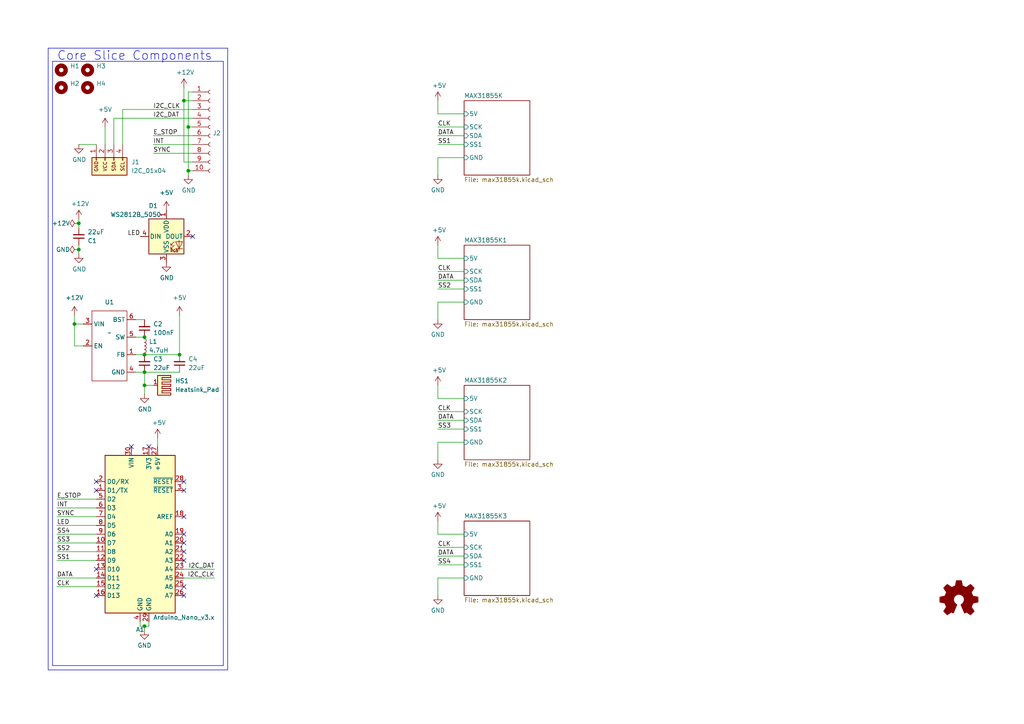
<source format=kicad_sch>
(kicad_sch (version 20250114) (generator "eeschema") (generator_version "9.0")
  (paper "A4")
  (lib_symbols
    (symbol "Connector:Conn_01x10_Female" (pin_names (offset 1.016) (hide yes))
      (property "Reference" "J" (at 0 12.7 0))
      (property "Value" "Conn_01x10_Female" (at 0 -15.24 0))
      (symbol "Conn_01x10_Female_1_1"
        (polyline (pts (xy -1.27 10.16) (xy -0.508 10.16)) (stroke (width 0.1524)))
        (polyline (pts (xy -1.27 7.62) (xy -0.508 7.62)) (stroke (width 0.1524)))
        (polyline (pts (xy -1.27 5.08) (xy -0.508 5.08)) (stroke (width 0.1524)))
        (polyline (pts (xy -1.27 2.54) (xy -0.508 2.54)) (stroke (width 0.1524)))
        (polyline (pts (xy -1.27 0) (xy -0.508 0)) (stroke (width 0.1524)))
        (polyline (pts (xy -1.27 -2.54) (xy -0.508 -2.54)) (stroke (width 0.1524)))
        (polyline (pts (xy -1.27 -5.08) (xy -0.508 -5.08)) (stroke (width 0.1524)))
        (polyline (pts (xy -1.27 -7.62) (xy -0.508 -7.62)) (stroke (width 0.1524)))
        (polyline (pts (xy -1.27 -10.16) (xy -0.508 -10.16)) (stroke (width 0.1524)))
        (polyline (pts (xy -1.27 -12.7) (xy -0.508 -12.7)) (stroke (width 0.1524)))
        (arc (start 0 9.652) (mid -0.5058 10.16) (end 0 10.668) (stroke (width 0.1524)))
        (arc (start 0 7.112) (mid -0.5058 7.62) (end 0 8.128) (stroke (width 0.1524)))
        (arc (start 0 4.572) (mid -0.5058 5.08) (end 0 5.588) (stroke (width 0.1524)))
        (arc (start 0 2.032) (mid -0.5058 2.54) (end 0 3.048) (stroke (width 0.1524)))
        (arc (start 0 -0.508) (mid -0.5058 0) (end 0 0.508) (stroke (width 0.1524)))
        (arc (start 0 -3.048) (mid -0.5058 -2.54) (end 0 -2.032) (stroke (width 0.1524)))
        (arc (start 0 -5.588) (mid -0.5058 -5.08) (end 0 -4.572) (stroke (width 0.1524)))
        (arc (start 0 -8.128) (mid -0.5058 -7.62) (end 0 -7.112) (stroke (width 0.1524)))
        (arc (start 0 -10.668) (mid -0.5058 -10.16) (end 0 -9.652) (stroke (width 0.1524)))
        (arc (start 0 -13.208) (mid -0.5058 -12.7) (end 0 -12.192) (stroke (width 0.1524)))
        (pin passive line (at -5.08 10.16 0) (length 3.81) (name "Pin_1") (number "1"))
        (pin passive line (at -5.08 7.62 0) (length 3.81) (name "Pin_2") (number "2"))
        (pin passive line (at -5.08 5.08 0) (length 3.81) (name "Pin_3") (number "3"))
        (pin passive line (at -5.08 2.54 0) (length 3.81) (name "Pin_4") (number "4"))
        (pin passive line (at -5.08 0 0) (length 3.81) (name "Pin_5") (number "5"))
        (pin passive line (at -5.08 -2.54 0) (length 3.81) (name "Pin_6") (number "6"))
        (pin passive line (at -5.08 -5.08 0) (length 3.81) (name "Pin_7") (number "7"))
        (pin passive line (at -5.08 -7.62 0) (length 3.81) (name "Pin_8") (number "8"))
        (pin passive line (at -5.08 -10.16 0) (length 3.81) (name "Pin_9") (number "9"))
        (pin passive line (at -5.08 -12.7 0) (length 3.81) (name "Pin_10") (number "10"))
      )
    )
    (symbol "Device:C_Small" (pin_numbers (hide yes)) (pin_names (offset 0.254) (hide yes))
      (property "Reference" "C" (at 0.254 1.778 0))
      (property "Value" "C_Small" (at 0.254 -2.032 0))
      (symbol "C_Small_0_1"
        (polyline (pts (xy -1.524 0.508) (xy 1.524 0.508)) (stroke (width 0.3048)))
        (polyline (pts (xy -1.524 -0.508) (xy 1.524 -0.508)) (stroke (width 0.3302)))
      )
      (symbol "C_Small_1_1"
        (pin passive line (at 0 2.54 270) (length 2.032) (name "~") (number "1"))
        (pin passive line (at 0 -2.54 90) (length 2.032) (name "~") (number "2"))
      )
    )
    (symbol "Device:L_Small" (pin_numbers (hide yes)) (pin_names (offset 0.254) (hide yes))
      (property "Reference" "L" (at 0.762 1.016 0))
      (property "Value" "L_Small" (at 0.762 -1.016 0))
      (symbol "L_Small_0_1"
        (arc (start 0 2.032) (mid 0.5058 1.524) (end 0 1.016))
        (arc (start 0 1.016) (mid 0.5058 0.508) (end 0 0))
        (arc (start 0 0) (mid 0.5058 -0.508) (end 0 -1.016))
        (arc (start 0 -1.016) (mid 0.5058 -1.524) (end 0 -2.032))
      )
      (symbol "L_Small_1_1"
        (pin passive line (at 0 2.54 270) (length 0.508) (name "~") (number "1"))
        (pin passive line (at 0 -2.54 90) (length 0.508) (name "~") (number "2"))
      )
    )
    (symbol "Graphic:Logo_Open_Hardware_Small" (in_bom no) (on_board no)
      (symbol "Logo_Open_Hardware_Small_0_1"
        (polyline (pts (xy 3.3528 -4.3434) (xy 3.302 -4.318) (xy 3.175 -4.2418) (xy 2.9972 -4.1148) (xy 2.7686 -3.9624) (xy 2.54 -3.81) (xy 2.3622 -3.7084) (xy 2.2352 -3.6068) (xy 2.1844 -3.5814) (xy 2.159 -3.6068) (xy 2.0574 -3.6576) (xy 1.905 -3.7338) (xy 1.8034 -3.7846) (xy 1.6764 -3.8354) (xy 1.6002 -3.8354) (xy 1.6002 -3.8354) (xy 1.5494 -3.7338) (xy 1.4732 -3.5306) (xy 1.3462 -3.302) (xy 1.2446 -3.0226) (xy 1.1176 -2.7178) (xy 0.9652 -2.413) (xy 0.8636 -2.1082) (xy 0.7366 -1.8288) (xy 0.6604 -1.6256) (xy 0.6096 -1.4732) (xy 0.5842 -1.397) (xy 0.5842 -1.397) (xy 0.6604 -1.3208) (xy 0.7874 -1.2446) (xy 1.0414 -1.016) (xy 1.2954 -0.6858) (xy 1.4478 -0.3302) (xy 1.524 0.0762) (xy 1.4732 0.4572) (xy 1.3208 0.8128) (xy 1.0668 1.143) (xy 0.762 1.3716) (xy 0.4064 1.524) (xy 0 1.5748) (xy -0.381 1.5494) (xy -0.7366 1.397) (xy -1.0668 1.143) (xy -1.2192 0.9906) (xy -1.397 0.6604) (xy -1.524 0.3048) (xy -1.524 0.2286) (xy -1.4986 -0.1778) (xy -1.397 -0.5334) (xy -1.1938 -0.8636) (xy -0.9144 -1.143) (xy -0.8636 -1.1684) (xy -0.7366 -1.27) (xy -0.635 -1.3462) (xy -0.5842 -1.397) (xy -1.0668 -2.5908) (xy -1.143 -2.794) (xy -1.2954 -3.1242) (xy -1.397 -3.4036) (xy -1.4986 -3.6322) (xy -1.5748 -3.7846) (xy -1.6002 -3.8354) (xy -1.6002 -3.8354) (xy -1.651 -3.8354) (xy -1.7272 -3.81) (xy -1.905 -3.7338) (xy -2.0066 -3.683) (xy -2.1336 -3.6068) (xy -2.2098 -3.5814) (xy -2.2606 -3.6068) (xy -2.3622 -3.683) (xy -2.54 -3.81) (xy -2.7686 -3.9624) (xy -2.9718 -4.0894) (xy -3.1496 -4.2164) (xy -3.302 -4.318) (xy -3.3528 -4.3434) (xy -3.3782 -4.3434) (xy -3.429 -4.318) (xy -3.5306 -4.2164) (xy -3.7084 -4.064) (xy -3.937 -3.8354) (xy -3.9624 -3.81) (xy -4.1656 -3.6068) (xy -4.318 -3.4544) (xy -4.4196 -3.3274) (xy -4.445 -3.2766) (xy -4.445 -3.2766) (xy -4.4196 -3.2258) (xy -4.318 -3.0734) (xy -4.2164 -2.8956) (xy -4.064 -2.667) (xy -3.6576 -2.0828) (xy -3.8862 -1.5494) (xy -3.937 -1.3716) (xy -4.0386 -1.1684) (xy -4.0894 -1.0414) (xy -4.1148 -0.9652) (xy -4.191 -0.9398) (xy -4.318 -0.9144) (xy -4.5466 -0.8636) (xy -4.8006 -0.8128) (xy -5.0546 -0.7874) (xy -5.2578 -0.7366) (xy -5.4356 -0.7112) (xy -5.5118 -0.6858) (xy -5.5118 -0.6858) (xy -5.5372 -0.635) (xy -5.5372 -0.5588) (xy -5.5372 -0.4318) (xy -5.5626 -0.2286) (xy -5.5626 0.0762) (xy -5.5626 0.127) (xy -5.5372 0.4064) (xy -5.5372 0.635) (xy -5.5372 0.762) (xy -5.5372 0.8382) (xy -5.5372 0.8382) (xy -5.461 0.8382) (xy -5.3086 0.889) (xy -5.08 0.9144) (xy -4.826 0.9652) (xy -4.8006 0.9906) (xy -4.5466 1.0414) (xy -4.318 1.0668) (xy -4.1656 1.1176) (xy -4.0894 1.143) (xy -4.0894 1.143) (xy -4.0386 1.2446) (xy -3.9624 1.4224) (xy -3.8608 1.6256) (xy -3.7846 1.8288) (xy -3.7084 2.0066) (xy -3.6576 2.159) (xy -3.6322 2.2098) (xy -3.6322 2.2098) (xy -3.683 2.286) (xy -3.7592 2.413) (xy -3.8862 2.5908) (xy -4.064 2.8194) (xy -4.064 2.8448) (xy -4.2164 3.0734) (xy -4.3434 3.2512) (xy -4.4196 3.3782) (xy -4.445 3.4544) (xy -4.445 3.4544) (xy -4.3942 3.5052) (xy -4.2926 3.6322) (xy -4.1148 3.81) (xy -3.937 4.0132) (xy -3.8608 4.064) (xy -3.6576 4.2926) (xy -3.5052 4.4196) (xy -3.4036 4.4958) (xy -3.3528 4.5212) (xy -3.3528 4.5212) (xy -3.302 4.4704) (xy -3.1496 4.3688) (xy -2.9718 4.2418) (xy -2.7432 4.0894) (xy -2.7178 4.0894) (xy -2.4892 3.937) (xy -2.3114 3.81) (xy -2.1844 3.7084) (xy -2.1336 3.683) (xy -2.1082 3.683) (xy -2.032 3.7084) (xy -1.8542 3.7592) (xy -1.6764 3.8354) (xy -1.4732 3.937) (xy -1.27 4.0132) (xy -1.143 4.064) (xy -1.0668 4.1148) (xy -1.0668 4.1148) (xy -1.0414 4.191) (xy -1.016 4.3434) (xy -0.9652 4.572) (xy -0.9144 4.8514) (xy -0.889 4.9022) (xy -0.8382 5.1562) (xy -0.8128 5.3848) (xy -0.7874 5.5372) (xy -0.762 5.588) (xy -0.7112 5.6134) (xy -0.5842 5.6134) (xy -0.4064 5.6134) (xy -0.1524 5.6134) (xy 0.0762 5.6134) (xy 0.3302 5.6134) (xy 0.5334 5.6134) (xy 0.6858 5.588) (xy 0.7366 5.588) (xy 0.7366 5.588) (xy 0.762 5.5118) (xy 0.8128 5.334) (xy 0.8382 5.1054) (xy 0.9144 4.826) (xy 0.9144 4.7752) (xy 0.9652 4.5212) (xy 1.016 4.2926) (xy 1.0414 4.1402) (xy 1.0668 4.0894) (xy 1.0668 4.0894) (xy 1.1938 4.0386) (xy 1.3716 3.9624) (xy 1.5748 3.8608) (xy 2.0828 3.6576) (xy 2.7178 4.0894) (xy 2.7686 4.1402) (xy 2.9972 4.2926) (xy 3.175 4.4196) (xy 3.302 4.4958) (xy 3.3782 4.5212) (xy 3.3782 4.5212) (xy 3.429 4.4704) (xy 3.556 4.3434) (xy 3.7338 4.191) (xy 3.9116 3.9878) (xy 4.064 3.8354) (xy 4.2418 3.6576) (xy 4.3434 3.556) (xy 4.4196 3.4798) (xy 4.4196 3.429) (xy 4.4196 3.4036) (xy 4.3942 3.3274) (xy 4.2926 3.2004) (xy 4.1656 2.9972) (xy 4.0132 2.794) (xy 3.8862 2.5908) (xy 3.7592 2.3876) (xy 3.6576 2.2352) (xy 3.6322 2.159) (xy 3.6322 2.1336) (xy 3.683 2.0066) (xy 3.7592 1.8288) (xy 3.8608 1.6002) (xy 4.064 1.1176) (xy 4.3942 1.0414) (xy 4.5974 1.016) (xy 4.8768 0.9652) (xy 5.1308 0.9144) (xy 5.5372 0.8382) (xy 5.5626 -0.6604) (xy 5.4864 -0.6858) (xy 5.4356 -0.6858) (xy 5.2832 -0.7366) (xy 5.0546 -0.762) (xy 4.8006 -0.8128) (xy 4.5974 -0.8636) (xy 4.3688 -0.9144) (xy 4.2164 -0.9398) (xy 4.1402 -0.9398) (xy 4.1148 -0.9652) (xy 4.064 -1.0668) (xy 3.9878 -1.2446) (xy 3.9116 -1.4478) (xy 3.81 -1.651) (xy 3.7338 -1.8542) (xy 3.683 -2.0066) (xy 3.6576 -2.0828) (xy 3.683 -2.1336) (xy 3.7846 -2.2606) (xy 3.8862 -2.4638) (xy 4.0386 -2.667) (xy 4.191 -2.8956) (xy 4.318 -3.0734) (xy 4.3942 -3.2004) (xy 4.445 -3.2766) (xy 4.4196 -3.3274) (xy 4.3434 -3.429) (xy 4.1656 -3.5814) (xy 3.937 -3.8354) (xy 3.8862 -3.8608) (xy 3.683 -4.064) (xy 3.5306 -4.2164) (xy 3.4036 -4.318) (xy 3.3528 -4.3434)) (fill (type outline)))
      )
    )
    (symbol "MCU_Module:Arduino_Nano_v3.x"
      (property "Reference" "A" (at -10.16 23.495 0))
      (property "Value" "Arduino_Nano_v3.x" (at 5.08 -24.13 0))
      (symbol "Arduino_Nano_v3.x_0_1"
        (rectangle (start -10.16 22.86) (end 10.16 -22.86) (stroke (width 0.254)) (fill (type background)))
      )
      (symbol "Arduino_Nano_v3.x_1_1"
        (pin bidirectional line (at -12.7 15.24 0) (length 2.54) (name "D0/RX") (number "2"))
        (pin bidirectional line (at -12.7 12.7 0) (length 2.54) (name "D1/TX") (number "1"))
        (pin bidirectional line (at -12.7 10.16 0) (length 2.54) (name "D2") (number "5"))
        (pin bidirectional line (at -12.7 7.62 0) (length 2.54) (name "D3") (number "6"))
        (pin bidirectional line (at -12.7 5.08 0) (length 2.54) (name "D4") (number "7"))
        (pin bidirectional line (at -12.7 2.54 0) (length 2.54) (name "D5") (number "8"))
        (pin bidirectional line (at -12.7 0 0) (length 2.54) (name "D6") (number "9"))
        (pin bidirectional line (at -12.7 -2.54 0) (length 2.54) (name "D7") (number "10"))
        (pin bidirectional line (at -12.7 -5.08 0) (length 2.54) (name "D8") (number "11"))
        (pin bidirectional line (at -12.7 -7.62 0) (length 2.54) (name "D9") (number "12"))
        (pin bidirectional line (at -12.7 -10.16 0) (length 2.54) (name "D10") (number "13"))
        (pin bidirectional line (at -12.7 -12.7 0) (length 2.54) (name "D11") (number "14"))
        (pin bidirectional line (at -12.7 -15.24 0) (length 2.54) (name "D12") (number "15"))
        (pin bidirectional line (at -12.7 -17.78 0) (length 2.54) (name "D13") (number "16"))
        (pin power_in line (at -2.54 25.4 270) (length 2.54) (name "VIN") (number "30"))
        (pin power_in line (at 0 -25.4 90) (length 2.54) (name "GND") (number "4"))
        (pin power_out line (at 2.54 25.4 270) (length 2.54) (name "3V3") (number "17"))
        (pin power_in line (at 2.54 -25.4 90) (length 2.54) (name "GND") (number "29"))
        (pin power_out line (at 5.08 25.4 270) (length 2.54) (name "+5V") (number "27"))
        (pin input line (at 12.7 15.24 180) (length 2.54) (name "~{RESET}") (number "28"))
        (pin input line (at 12.7 12.7 180) (length 2.54) (name "~{RESET}") (number "3"))
        (pin input line (at 12.7 5.08 180) (length 2.54) (name "AREF") (number "18"))
        (pin bidirectional line (at 12.7 0 180) (length 2.54) (name "A0") (number "19"))
        (pin bidirectional line (at 12.7 -2.54 180) (length 2.54) (name "A1") (number "20"))
        (pin bidirectional line (at 12.7 -5.08 180) (length 2.54) (name "A2") (number "21"))
        (pin bidirectional line (at 12.7 -7.62 180) (length 2.54) (name "A3") (number "22"))
        (pin bidirectional line (at 12.7 -10.16 180) (length 2.54) (name "A4") (number "23"))
        (pin bidirectional line (at 12.7 -12.7 180) (length 2.54) (name "A5") (number "24"))
        (pin bidirectional line (at 12.7 -15.24 180) (length 2.54) (name "A6") (number "25"))
        (pin bidirectional line (at 12.7 -17.78 180) (length 2.54) (name "A7") (number "26"))
      )
    )
    (symbol "Mechanical:Heatsink_Pad" (pin_names (offset 0))
      (property "Reference" "HS" (at 0 5.715 0))
      (property "Value" "Heatsink_Pad" (at 0 3.81 0))
      (symbol "Heatsink_Pad_0_1"
        (polyline (pts (xy -0.3302 0) (xy -0.9652 0) (xy -0.9652 2.54) (xy -1.6002 2.54) (xy -1.6002 0) (xy -2.2352 0) (xy -2.2352 2.54) (xy -2.8702 2.54) (xy -2.8702 -1.27) (xy -0.9652 -1.27)) (stroke (width 0.254)) (fill (type background)))
        (polyline (pts (xy -0.3302 0) (xy -0.3302 2.54) (xy 0.3048 2.54) (xy 0.3048 0) (xy 0.9398 0) (xy 0.9398 2.54) (xy 1.5748 2.54) (xy 1.5748 0) (xy 2.2098 0) (xy 2.2098 2.54) (xy 2.8448 2.54) (xy 2.8448 -1.27) (xy -0.9652 -1.27)) (stroke (width 0.254)) (fill (type background)))
      )
      (symbol "Heatsink_Pad_1_1"
        (pin passive line (at 0 -2.54 90) (length 1.27) (name "~") (number "1"))
      )
    )
    (symbol "Mechanical:MountingHole" (pin_names (offset 1.016))
      (property "Reference" "H" (at 0 5.08 0))
      (property "Value" "MountingHole" (at 0 3.175 0))
      (symbol "MountingHole_0_1"
        (circle (center 0 0) (radius 1.27) (stroke (width 1.27)))
      )
    )
    (symbol "SparkFun-Connector:I2C_01x04" (pin_names (offset 1.016) (hide yes))
      (property "Reference" "J" (at 0 5.08 0))
      (property "Value" "I2C_01x04" (at 0 -7.62 0))
      (symbol "I2C_01x04_1_1"
        (rectangle (start -1.27 3.81) (end 3.81 -6.35) (stroke (width 0.254)) (fill (type background)))
        (rectangle (start -1.27 2.667) (end -0.508 2.413) (stroke (width 0.1524)))
        (rectangle (start -1.27 0.127) (end -0.508 -0.127) (stroke (width 0.1524)))
        (rectangle (start -1.27 -2.413) (end -0.508 -2.667) (stroke (width 0.1524)))
        (rectangle (start -1.27 -4.953) (end -0.508 -5.207) (stroke (width 0.1524)))
        (text "SCL" (at 1.27 2.54 0) (effects (font (size 1 1))))
        (text "SDA" (at 1.27 0 0) (effects (font (size 1 1))))
        (text "VCC" (at 1.27 -2.54 0) (effects (font (size 1 1))))
        (text "GND" (at 1.27 -5.08 0) (effects (font (size 1 1))))
        (pin passive line (at -5.08 2.54 0) (length 3.81) (name "Pin_4") (number "4"))
        (pin passive line (at -5.08 0 0) (length 3.81) (name "Pin_3") (number "3"))
        (pin passive line (at -5.08 -2.54 0) (length 3.81) (name "Pin_2") (number "2"))
        (pin passive line (at -5.08 -5.08 0) (length 3.81) (name "Pin_1") (number "1"))
      )
    )
    (symbol "SparkFun-DiscreteSemi:AP63205"
      (property "Reference" "U" (at 0 7.62 0))
      (symbol "AP63205_0_1"
        (rectangle (start -5.08 6.35) (end 5.08 -13.97))
      )
      (symbol "AP63205_1_1"
        (pin input line (at -7.62 2.54 0) (length 2.54) (name "VIN") (number "3"))
        (pin input line (at -7.62 -3.81 0) (length 2.54) (name "EN") (number "2"))
        (pin input line (at 7.62 3.81 180) (length 2.54) (name "BST") (number "6"))
        (pin input line (at 7.62 -1.27 180) (length 2.54) (name "SW") (number "5"))
        (pin input line (at 7.62 -6.35 180) (length 2.54) (name "FB") (number "1"))
        (pin input line (at 7.62 -11.43 180) (length 2.54) (name "GND") (number "4"))
      )
    )
    (symbol "SparkFun-LED:WS2812B_5050" (pin_names (offset 0.254))
      (property "Reference" "D" (at 5.08 5.715 0))
      (property "Value" "WS2812B_5050" (at 1.27 -5.715 0))
      (symbol "WS2812B_5050_0_0"
        (text "RGB" (at 2.286 -4.191 0) (effects (font (size 0.762 0.762))))
      )
      (symbol "WS2812B_5050_0_1"
        (polyline (pts (xy 1.27 -2.54) (xy 1.778 -2.54)))
        (polyline (pts (xy 1.27 -3.556) (xy 1.778 -3.556)))
        (polyline (pts (xy 2.286 -1.524) (xy 1.27 -2.54) (xy 1.27 -2.032)))
        (polyline (pts (xy 2.286 -2.54) (xy 1.27 -3.556) (xy 1.27 -3.048)))
        (polyline (pts (xy 3.683 -1.016) (xy 3.683 -3.556) (xy 3.683 -4.064)))
        (polyline (pts (xy 4.699 -1.524) (xy 2.667 -1.524) (xy 3.683 -3.556) (xy 4.699 -1.524)))
        (polyline (pts (xy 4.699 -3.556) (xy 2.667 -3.556)))
        (rectangle (start 5.08 5.08) (end -5.08 -5.08) (stroke (width 0.254)) (fill (type background)))
      )
      (symbol "WS2812B_5050_1_1"
        (pin input line (at -7.62 0 0) (length 2.54) (name "DIN") (number "4"))
        (pin power_in line (at 0 7.62 270) (length 2.54) (name "VDD") (number "1"))
        (pin power_in line (at 0 -7.62 90) (length 2.54) (name "VSS") (number "3"))
        (pin output line (at 7.62 0 180) (length 2.54) (name "DOUT") (number "2"))
      )
    )
    (symbol "power:+12V" (power) (pin_names (offset 0))
      (property "Value" "+12V" (at 0 3.556 0))
      (symbol "+12V_0_1"
        (polyline (pts (xy -0.762 1.27) (xy 0 2.54)))
        (polyline (pts (xy 0 2.54) (xy 0.762 1.27)))
        (polyline (pts (xy 0 0) (xy 0 2.54)))
      )
      (symbol "+12V_1_1"
        (pin power_in line (at 0 0 90) (length 0) (hide yes) (name "+12V") (number "1"))
      )
    )
    (symbol "power:+5V" (power) (pin_names (offset 0))
      (property "Value" "+5V" (at 0 3.556 0))
      (symbol "+5V_0_1"
        (polyline (pts (xy -0.762 1.27) (xy 0 2.54)))
        (polyline (pts (xy 0 2.54) (xy 0.762 1.27)))
        (polyline (pts (xy 0 0) (xy 0 2.54)))
      )
      (symbol "+5V_1_1"
        (pin power_in line (at 0 0 90) (length 0) (hide yes) (name "+5V") (number "1"))
      )
    )
    (symbol "power:GND" (power) (pin_names (offset 0))
      (property "Value" "GND" (at 0 -3.81 0))
      (symbol "GND_0_1"
        (polyline (pts (xy 0 0) (xy 0 -1.27) (xy 1.27 -1.27) (xy 0 -2.54) (xy -1.27 -1.27) (xy 0 -1.27)))
      )
      (symbol "GND_1_1"
        (pin power_in line (at 0 0 270) (length 0) (hide yes) (name "GND") (number "1"))
      )
    )
    (symbol "power:PWR_FLAG" (power) (pin_numbers (hide yes)) (pin_names (offset 0) (hide yes))
      (property "Value" "PWR_FLAG" (at 0 3.81 0))
      (symbol "PWR_FLAG_0_0"
        (pin power_out line (at 0 0 90) (length 0) (name "~") (number "1"))
      )
      (symbol "PWR_FLAG_0_1"
        (polyline (pts (xy 0 0) (xy 0 1.27) (xy -1.016 1.905) (xy 0 2.54) (xy 1.016 1.905) (xy 0 1.27)))
      )
    )
  )
  (text "Core Slice Components" (at 16.51 17.78 0) (effects (font (size 2.54 2.54)) (justify left bottom)))
  (junction (at 54.61 49.53))
  (junction (at 41.91 107.95))
  (junction (at 41.91 111.76))
  (junction (at 41.91 102.87))
  (junction (at 53.34 29.21))
  (junction (at 41.91 181.61))
  (junction (at 54.61 36.83))
  (junction (at 22.86 64.77))
  (junction (at 52.07 102.87))
  (junction (at 22.86 72.39))
  (junction (at 41.91 97.79))
  (junction (at 21.59 93.98))
  (no_connect (at 53.34 162.56))
  (no_connect (at 53.34 149.86))
  (no_connect (at 27.94 142.24))
  (no_connect (at 27.94 165.1))
  (no_connect (at 53.34 154.94))
  (no_connect (at 27.94 139.7))
  (no_connect (at 38.1 129.54))
  (no_connect (at 43.18 129.54))
  (no_connect (at 53.34 160.02))
  (no_connect (at 53.34 172.72))
  (no_connect (at 53.34 170.18))
  (no_connect (at 27.94 172.72))
  (no_connect (at 53.34 139.7))
  (no_connect (at 53.34 142.24))
  (no_connect (at 53.34 157.48))
  (no_connect (at 55.88 68.58))
  (polyline (pts (xy 66.04 194.31) (xy 66.04 13.97)))
  (wire (pts (xy 127 154.94) (xy 134.62 154.94)))
  (wire (pts (xy 43.18 181.61) (xy 43.18 180.34)))
  (wire (pts (xy 127 71.12) (xy 127 74.93)))
  (wire (pts (xy 16.51 170.18) (xy 27.94 170.18)))
  (wire (pts (xy 127 41.91) (xy 134.62 41.91)))
  (polyline (pts (xy 66.04 13.97) (xy 13.97 13.97)))
  (wire (pts (xy 127 121.92) (xy 134.62 121.92)))
  (wire (pts (xy 22.86 71.12) (xy 22.86 72.39)))
  (wire (pts (xy 41.91 181.61) (xy 43.18 181.61)))
  (wire (pts (xy 22.86 72.39) (xy 22.86 73.66)))
  (wire (pts (xy 127 111.76) (xy 127 115.57)))
  (wire (pts (xy 21.59 100.33) (xy 21.59 93.98)))
  (wire (pts (xy 44.45 41.91) (xy 55.88 41.91)))
  (wire (pts (xy 127 87.63) (xy 134.62 87.63)))
  (polyline (pts (xy 13.97 13.97) (xy 13.97 194.31)))
  (wire (pts (xy 53.34 29.21) (xy 55.88 29.21)))
  (wire (pts (xy 16.51 162.56) (xy 27.94 162.56)))
  (wire (pts (xy 127 158.75) (xy 134.62 158.75)))
  (wire (pts (xy 127 39.37) (xy 134.62 39.37)))
  (wire (pts (xy 39.37 92.71) (xy 41.91 92.71)))
  (wire (pts (xy 127 74.93) (xy 134.62 74.93)))
  (wire (pts (xy 127 163.83) (xy 134.62 163.83)))
  (wire (pts (xy 127 167.64) (xy 134.62 167.64)))
  (polyline (pts (xy 13.97 194.31) (xy 66.04 194.31)))
  (wire (pts (xy 53.34 25.4) (xy 53.34 29.21)))
  (wire (pts (xy 22.86 41.91) (xy 27.94 41.91)))
  (wire (pts (xy 54.61 49.53) (xy 54.61 36.83)))
  (wire (pts (xy 127 172.72) (xy 127 167.64)))
  (wire (pts (xy 55.88 39.37) (xy 44.45 39.37)))
  (polyline (pts (xy 64.77 17.78) (xy 15.24 17.78)))
  (wire (pts (xy 127 119.38) (xy 134.62 119.38)))
  (wire (pts (xy 55.88 46.99) (xy 53.34 46.99)))
  (wire (pts (xy 44.45 44.45) (xy 55.88 44.45)))
  (wire (pts (xy 127 81.28) (xy 134.62 81.28)))
  (wire (pts (xy 35.56 31.75) (xy 55.88 31.75)))
  (wire (pts (xy 16.51 149.86) (xy 27.94 149.86)))
  (wire (pts (xy 16.51 157.48) (xy 27.94 157.48)))
  (wire (pts (xy 39.37 97.79) (xy 41.91 97.79)))
  (wire (pts (xy 127 36.83) (xy 134.62 36.83)))
  (wire (pts (xy 33.02 34.29) (xy 55.88 34.29)))
  (wire (pts (xy 52.07 102.87) (xy 52.07 91.44)))
  (wire (pts (xy 16.51 160.02) (xy 27.94 160.02)))
  (wire (pts (xy 45.72 127) (xy 45.72 129.54)))
  (wire (pts (xy 40.64 180.34) (xy 40.64 181.61)))
  (wire (pts (xy 39.37 107.95) (xy 41.91 107.95)))
  (wire (pts (xy 21.59 100.33) (xy 24.13 100.33)))
  (wire (pts (xy 127 92.71) (xy 127 87.63)))
  (wire (pts (xy 41.91 107.95) (xy 52.07 107.95)))
  (wire (pts (xy 16.51 167.64) (xy 27.94 167.64)))
  (polyline (pts (xy 64.77 193.04) (xy 64.77 17.78)))
  (wire (pts (xy 54.61 26.67) (xy 55.88 26.67)))
  (wire (pts (xy 22.86 63.5) (xy 22.86 64.77)))
  (wire (pts (xy 44.45 111.76) (xy 41.91 111.76)))
  (wire (pts (xy 127 50.8) (xy 127 45.72)))
  (wire (pts (xy 127 161.29) (xy 134.62 161.29)))
  (wire (pts (xy 127 33.02) (xy 134.62 33.02)))
  (polyline (pts (xy 15.24 193.04) (xy 64.77 193.04)))
  (wire (pts (xy 55.88 36.83) (xy 54.61 36.83)))
  (wire (pts (xy 16.51 152.4) (xy 27.94 152.4)))
  (wire (pts (xy 40.64 181.61) (xy 41.91 181.61)))
  (wire (pts (xy 41.91 102.87) (xy 52.07 102.87)))
  (wire (pts (xy 41.91 181.61) (xy 41.91 182.88)))
  (wire (pts (xy 127 151.13) (xy 127 154.94)))
  (wire (pts (xy 27.94 144.78) (xy 16.51 144.78)))
  (wire (pts (xy 127 128.27) (xy 134.62 128.27)))
  (wire (pts (xy 53.34 46.99) (xy 53.34 29.21)))
  (wire (pts (xy 54.61 50.8) (xy 54.61 49.53)))
  (wire (pts (xy 16.51 147.32) (xy 27.94 147.32)))
  (wire (pts (xy 127 83.82) (xy 134.62 83.82)))
  (wire (pts (xy 53.34 167.64) (xy 62.23 167.64)))
  (wire (pts (xy 22.86 64.77) (xy 22.86 66.04)))
  (wire (pts (xy 127 124.46) (xy 134.62 124.46)))
  (wire (pts (xy 127 29.21) (xy 127 33.02)))
  (wire (pts (xy 39.37 102.87) (xy 41.91 102.87)))
  (wire (pts (xy 54.61 36.83) (xy 54.61 26.67)))
  (wire (pts (xy 16.51 154.94) (xy 27.94 154.94)))
  (wire (pts (xy 62.23 165.1) (xy 53.34 165.1)))
  (wire (pts (xy 33.02 41.91) (xy 33.02 34.29)))
  (wire (pts (xy 127 45.72) (xy 134.62 45.72)))
  (wire (pts (xy 127 78.74) (xy 134.62 78.74)))
  (wire (pts (xy 55.88 49.53) (xy 54.61 49.53)))
  (wire (pts (xy 127 133.35) (xy 127 128.27)))
  (wire (pts (xy 35.56 41.91) (xy 35.56 31.75)))
  (wire (pts (xy 41.91 111.76) (xy 41.91 107.95)))
  (wire (pts (xy 127 115.57) (xy 134.62 115.57)))
  (wire (pts (xy 21.59 93.98) (xy 24.13 93.98)))
  (wire (pts (xy 41.91 114.3) (xy 41.91 111.76)))
  (wire (pts (xy 30.48 36.83) (xy 30.48 41.91)))
  (wire (pts (xy 21.59 91.44) (xy 21.59 93.98)))
  (polyline (pts (xy 15.24 17.78) (xy 15.24 193.04)))
  (label "LED" (at 40.64 68.58 180))
  (label "LED" (at 16.51 152.4 0))
  (label "I2C_CLK" (at 44.45 31.75 0))
  (label "I2C_DAT" (at 44.45 34.29 0))
  (label "E_STOP" (at 16.51 144.78 0))
  (label "E_STOP" (at 44.45 39.37 0))
  (label "CLK" (at 127 36.83 0))
  (label "SS4" (at 16.51 154.94 0))
  (label "SS4" (at 127 163.83 0))
  (label "INT" (at 16.51 147.32 0))
  (label "DATA" (at 127 81.28 0))
  (label "CLK" (at 127 158.75 0))
  (label "CLK" (at 127 119.38 0))
  (label "SYNC" (at 16.51 149.86 0))
  (label "CLK" (at 127 78.74 0))
  (label "SS3" (at 127 124.46 0))
  (label "SS1" (at 127 41.91 0))
  (label "SS1" (at 16.51 162.56 0))
  (label "SS2" (at 16.51 160.02 0))
  (label "SYNC" (at 44.45 44.45 0))
  (label "DATA" (at 127 39.37 0))
  (label "DATA" (at 127 121.92 0))
  (label "SS3" (at 16.51 157.48 0))
  (label "DATA" (at 127 161.29 0))
  (label "I2C_DAT" (at 62.23 165.1 180))
  (label "CLK" (at 16.51 170.18 0))
  (label "INT" (at 44.45 41.91 0))
  (label "I2C_CLK" (at 62.23 167.64 180))
  (label "DATA" (at 16.51 167.64 0))
  (label "SS2" (at 127 83.82 0))
  (symbol (lib_id "power:GND") (at 41.91 182.88 0) (unit 1)
    (property "Reference" "#PWR07" (effects (hide yes)))
    (property "Value" "GND" (at 41.91 187.198 0))
  )
  (symbol (lib_id "power:+5V") (at 45.72 127 0) (unit 1)
    (property "Reference" "#PWR08" (effects (hide yes)))
    (property "Value" "+5V" (at 46.101 122.6058 0))
  )
  (symbol (lib_id "power:GND") (at 22.86 73.66 0) (unit 1)
    (property "Reference" "#PWR04" (effects (hide yes)))
    (property "Value" "GND" (at 22.987 78.0542 0))
  )
  (symbol (lib_id "Mechanical:MountingHole") (at 17.78 20.32 0) (unit 1)
    (property "Reference" "H1" (at 20.32 19.1516 0) (effects (justify left)))
    (property "Value" "MountingHole" (effects (hide yes)))
    (property "Footprint" "MountingHole:MountingHole_5mm" (effects (hide yes)))
  )
  (symbol (lib_id "Mechanical:MountingHole") (at 17.78 25.4 0) (unit 1)
    (property "Reference" "H2" (at 20.32 24.2316 0) (effects (justify left)))
    (property "Value" "MountingHole" (effects (hide yes)))
    (property "Footprint" "MountingHole:MountingHole_5mm" (effects (hide yes)))
  )
  (symbol (lib_id "Mechanical:MountingHole") (at 25.4 20.32 0) (unit 1)
    (property "Reference" "H3" (at 27.94 19.1516 0) (effects (justify left)))
    (property "Value" "MountingHole" (effects (hide yes)))
    (property "Footprint" "MountingHole:MountingHole_5mm" (effects (hide yes)))
  )
  (symbol (lib_id "Mechanical:MountingHole") (at 25.4 25.4 0) (unit 1)
    (property "Reference" "H4" (at 27.94 24.2316 0) (effects (justify left)))
    (property "Value" "MountingHole" (effects (hide yes)))
    (property "Footprint" "MountingHole:MountingHole_5mm" (effects (hide yes)))
  )
  (symbol (lib_id "MCU_Module:Arduino_Nano_v3.x") (at 40.64 154.94 0) (unit 1)
    (property "Reference" "A1" (at 40.64 182.6006 0))
    (property "Value" "Arduino_Nano_v3.x" (at 53.34 179.07 0))
    (property "Footprint" "Module:Arduino_Nano" (effects (hide yes)))
    (property "Datasheet" "http://www.mouser.com/pdfdocs/Gravitech_Arduino_Nano3_0.pdf" (effects (hide yes)))
  )
  (symbol (lib_id "Graphic:Logo_Open_Hardware_Small") (at 278.13 173.99 0) (unit 1) (exclude_from_sim yes)
    (property "Reference" "#SYM1" (effects (hide yes)))
    (property "Value" "Logo_Open_Hardware_Small" (effects (hide yes)))
    (property "Footprint" "Symbol:OSHW-Symbol_6.7x6mm_SilkScreen" (effects (hide yes)))
  )
  (symbol (lib_id "Connector:Conn_01x10_Female") (at 60.96 36.83 0) (unit 1)
    (property "Reference" "J2" (at 61.6712 38.608 0) (effects (justify left)))
    (property "Value" "Conn_01x10_Female" (effects (hide yes)))
    (property "Footprint" "Connector_PinSocket_2.54mm:PinSocket_1x10_P2.54mm_Horizontal" (effects (hide yes)))
  )
  (symbol (lib_id "power:+12V") (at 53.34 25.4 0) (unit 1)
    (property "Reference" "#PWR012" (effects (hide yes)))
    (property "Value" "+12V" (at 53.721 21.0058 0))
  )
  (symbol (lib_id "power:GND") (at 54.61 50.8 0) (unit 1)
    (property "Reference" "#PWR013" (effects (hide yes)))
    (property "Value" "GND" (at 54.737 55.1942 0))
  )
  (symbol (lib_id "power:+12V") (at 22.86 63.5 0) (unit 1)
    (property "Reference" "#PWR03" (effects (hide yes)))
    (property "Value" "+12V" (at 23.241 59.1058 0))
  )
  (symbol (lib_id "power:PWR_FLAG") (at 22.86 72.39 90) (unit 1)
    (property "Reference" "#FLG02" (effects (hide yes)))
    (property "Value" "GND" (at 20.32 72.39 90) (effects (justify left)))
    (property "Description" "Special symbol for telling ERC where power comes from" (effects (hide yes)))
  )
  (symbol (lib_id "Device:C_Small") (at 41.91 95.25 180) (unit 1)
    (property "Reference" "C2" (at 44.45 93.9736 0) (effects (justify right)))
    (property "Value" "100nF" (at 44.45 96.5136 0) (effects (justify right)))
    (property "Footprint" "Capacitor_SMD:C_1206_3216Metric" (effects (hide yes)))
  )
  (symbol (lib_id "power:+12V") (at 21.59 91.44 0) (unit 1)
    (property "Reference" "#PWR01" (effects (hide yes)))
    (property "Value" "+12V" (at 21.59 86.36 0))
  )
  (symbol (lib_id "Device:C_Small") (at 41.91 105.41 180) (unit 1)
    (property "Reference" "C3" (at 44.45 104.1336 0) (effects (justify right)))
    (property "Value" "22uF" (at 44.45 106.6736 0) (effects (justify right)))
    (property "Footprint" "Capacitor_SMD:C_1206_3216Metric" (effects (hide yes)))
  )
  (symbol (lib_id "SparkFun-DiscreteSemi:AP63205") (at 31.75 96.52 0) (unit 1)
    (property "Reference" "U1" (at 31.75 87.63 0))
    (property "Value" "~" (at 31.75 96.52 0))
    (property "Footprint" "Package_TO_SOT_SMD:TSOT-23-6" (effects (hide yes)))
  )
  (symbol (lib_id "power:GND") (at 41.91 114.3 0) (unit 1)
    (property "Reference" "#PWR06" (effects (hide yes)))
    (property "Value" "GND" (at 42.037 118.6942 0))
  )
  (symbol (lib_id "power:GND") (at 127 133.35 0) (unit 1)
    (property "Reference" "#PWR018" (effects (hide yes)))
    (property "Value" "GND" (at 127 137.668 0))
  )
  (symbol (lib_id "Mechanical:Heatsink_Pad") (at 46.99 111.76 270) (unit 1)
    (property "Reference" "HS1" (at 50.8 110.4773 90) (effects (justify left)))
    (property "Value" "Heatsink_Pad" (at 50.8 113.0173 90) (effects (justify left)))
    (property "Footprint" "KML-Custom:Thermal Pad" (effects (hide yes)))
  )
  (symbol (lib_id "power:+5V") (at 127 111.76 0) (unit 1)
    (property "Reference" "#PWR017" (effects (hide yes)))
    (property "Value" "+5V" (at 127.381 107.3658 0))
  )
  (symbol (lib_id "power:GND") (at 127 172.72 0) (unit 1)
    (property "Reference" "#PWR022" (effects (hide yes)))
    (property "Value" "GND" (at 127 177.038 0))
  )
  (symbol (lib_id "power:+5V") (at 127 71.12 0) (unit 1)
    (property "Reference" "#PWR019" (effects (hide yes)))
    (property "Value" "+5V" (at 127.381 66.7258 0))
  )
  (symbol (lib_id "power:+5V") (at 127 151.13 0) (unit 1)
    (property "Reference" "#PWR021" (effects (hide yes)))
    (property "Value" "+5V" (at 127.381 146.7358 0))
  )
  (symbol (lib_id "Device:L_Small") (at 41.91 100.33 0) (unit 1)
    (property "Reference" "L1" (at 43.18 99.06 0) (effects (justify left)))
    (property "Value" "4.7uH" (at 43.18 101.6 0) (effects (justify left)))
    (property "Footprint" "Inductor_SMD:L_1210_3225Metric" (effects (hide yes)))
  )
  (symbol (lib_id "power:+5V") (at 30.48 36.83 0) (unit 1)
    (property "Reference" "#PWR05" (effects (hide yes)))
    (property "Value" "+5V" (at 30.48 31.75 0))
  )
  (symbol (lib_id "power:GND") (at 48.26 76.2 0) (unit 1)
    (property "Reference" "#PWR010" (effects (hide yes)))
    (property "Value" "GND" (at 48.387 80.5942 0))
  )
  (symbol (lib_id "power:+5V") (at 52.07 91.44 0) (unit 1)
    (property "Reference" "#PWR011" (effects (hide yes)))
    (property "Value" "+5V" (at 52.07 86.36 0))
  )
  (symbol (lib_id "Device:C_Small") (at 52.07 105.41 180) (unit 1)
    (property "Reference" "C4" (at 54.61 104.1336 0) (effects (justify right)))
    (property "Value" "22uF" (at 54.61 106.6736 0) (effects (justify right)))
    (property "Footprint" "Capacitor_SMD:C_1206_3216Metric" (effects (hide yes)))
  )
  (symbol (lib_id "power:GND") (at 22.86 41.91 0) (unit 1)
    (property "Reference" "#PWR02" (effects (hide yes)))
    (property "Value" "GND" (at 22.987 46.3042 0))
  )
  (symbol (lib_id "power:+5V") (at 48.26 60.96 0) (unit 1)
    (property "Reference" "#PWR09" (effects (hide yes)))
    (property "Value" "+5V" (at 48.26 55.88 0))
  )
  (symbol (lib_id "power:GND") (at 127 50.8 0) (unit 1)
    (property "Reference" "#PWR016" (effects (hide yes)))
    (property "Value" "GND" (at 127 55.118 0))
  )
  (symbol (lib_id "power:+5V") (at 127 29.21 0) (unit 1)
    (property "Reference" "#PWR015" (effects (hide yes)))
    (property "Value" "+5V" (at 127.381 24.8158 0))
  )
  (symbol (lib_id "SparkFun-LED:WS2812B_5050") (at 48.26 68.58 0) (unit 1)
    (property "Reference" "D1" (at 44.45 59.69 0))
    (property "Value" "WS2812B_5050" (at 39.37 62.23 0))
    (property "Footprint" "SparkFun-LED:WS2812-5050-4PIN" (effects (hide yes)))
    (property "Datasheet" "https://cdn.sparkfun.com/datasheets/BreakoutBoards/WS2812B.pdf" (effects (hide yes)))
  )
  (symbol (lib_id "power:GND") (at 127 92.71 0) (unit 1)
    (property "Reference" "#PWR020" (effects (hide yes)))
    (property "Value" "GND" (at 127 97.028 0))
  )
  (symbol (lib_id "Device:C_Small") (at 22.86 68.58 0) (mirror x) (unit 1)
    (property "Reference" "C1" (at 25.4 69.8437 0) (effects (justify left)))
    (property "Value" "22uF" (at 25.4 67.3037 0) (effects (justify left)))
    (property "Footprint" "Capacitor_SMD:C_1206_3216Metric" (effects (hide yes)))
  )
  (symbol (lib_id "power:PWR_FLAG") (at 22.86 64.77 90) (unit 1)
    (property "Reference" "#FLG01" (effects (hide yes)))
    (property "Value" "+12V" (at 20.32 64.77 90) (effects (justify left)))
    (property "Description" "Special symbol for telling ERC where power comes from" (effects (hide yes)))
  )
  (symbol (lib_id "SparkFun-Connector:I2C_01x04") (at 33.02 46.99 270) (unit 1)
    (property "Reference" "J1" (at 38.1 46.99 90) (effects (justify left)))
    (property "Value" "I2C_01x04" (at 38.1 49.53 90) (effects (justify left)))
    (property "Footprint" "Connector_JST:JST_SH_SM04B-SRSS-TB_1x04-1MP_P1.00mm_Horizontal" (effects (hide yes)))
  )
  (sheet (at 134.62 151.13) (size 19.05 21.59) (stroke (width 0.1524))
    (property "Sheetname" "MAX31855K3" (at 134.62 150.4184 0) (effects (justify left bottom)))
    (property "Sheetfile" "max31855k.kicad_sch" (at 134.62 173.3046 0) (effects (justify left top)))
    (pin "5V" input (at 134.62 154.94 180))
    (pin "GND" input (at 134.62 167.64 180))
    (pin "SS1" input (at 134.62 163.83 180))
    (pin "SCK" input (at 134.62 158.75 180))
    (pin "SDA" input (at 134.62 161.29 180))
  )
  (sheet (at 134.62 29.21) (size 19.05 21.59) (stroke (width 0.1524))
    (property "Sheetname" "MAX31855K" (at 134.62 28.4984 0) (effects (justify left bottom)))
    (property "Sheetfile" "max31855k.kicad_sch" (at 134.62 51.3846 0) (effects (justify left top)))
    (pin "5V" input (at 134.62 33.02 180))
    (pin "GND" input (at 134.62 45.72 180))
    (pin "SS1" input (at 134.62 41.91 180))
    (pin "SCK" input (at 134.62 36.83 180))
    (pin "SDA" input (at 134.62 39.37 180))
  )
  (sheet (at 134.62 111.76) (size 19.05 21.59) (stroke (width 0.1524))
    (property "Sheetname" "MAX31855K2" (at 134.62 111.0484 0) (effects (justify left bottom)))
    (property "Sheetfile" "max31855k.kicad_sch" (at 134.62 133.9346 0) (effects (justify left top)))
    (pin "5V" input (at 134.62 115.57 180))
    (pin "GND" input (at 134.62 128.27 180))
    (pin "SS1" input (at 134.62 124.46 180))
    (pin "SCK" input (at 134.62 119.38 180))
    (pin "SDA" input (at 134.62 121.92 180))
  )
  (sheet (at 134.62 71.12) (size 19.05 21.59) (stroke (width 0.1524))
    (property "Sheetname" "MAX31855K1" (at 134.62 70.4084 0) (effects (justify left bottom)))
    (property "Sheetfile" "max31855k.kicad_sch" (at 134.62 93.2946 0) (effects (justify left top)))
    (pin "5V" input (at 134.62 74.93 180))
    (pin "GND" input (at 134.62 87.63 180))
    (pin "SS1" input (at 134.62 83.82 180))
    (pin "SCK" input (at 134.62 78.74 180))
    (pin "SDA" input (at 134.62 81.28 180))
  )
)
</source>
